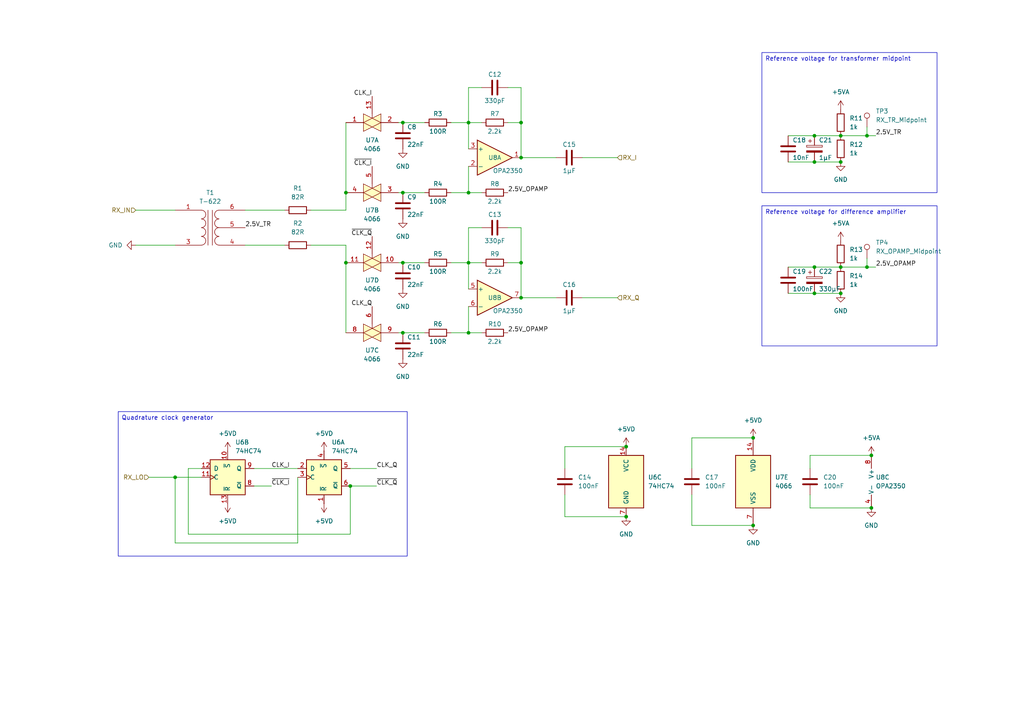
<source format=kicad_sch>
(kicad_sch (version 20231120) (generator "eeschema") (generator_version "8.0")
  (paper "A4")
  (lib_symbols
    (symbol "4xxx:4066" (pin_names (offset 1.016))
      (property "Reference" "U" (at -7.62 8.89 0))
      (property "Value" "4066" (at -7.62 -8.89 0))
      (symbol "4066_1_0"
        (polyline (pts (xy 0 1.27) (xy 0 2.54)) (stroke (width 0.1524)))
        (polyline (pts (xy -2.54 0) (xy 2.54 2.54) (xy 2.54 -2.54) (xy -2.54 0)) (fill (type background)))
        (polyline (pts (xy -2.54 2.54) (xy 2.54 0) (xy -2.54 -2.54) (xy -2.54 2.54)) (fill (type background)))
        (pin passive line (at -7.62 0 0) (length 5.08) (name "~") (number "1"))
        (pin input line (at 0 7.62 270) (length 5.08) (name "~") (number "13"))
        (pin passive line (at 7.62 0 180) (length 5.08) (name "~") (number "2"))
      )
      (symbol "4066_2_0"
        (polyline (pts (xy 0 1.27) (xy 0 2.54)) (stroke (width 0.1524)))
        (polyline (pts (xy -2.54 0) (xy 2.54 2.54) (xy 2.54 -2.54) (xy -2.54 0)) (fill (type background)))
        (polyline (pts (xy -2.54 2.54) (xy 2.54 0) (xy -2.54 -2.54) (xy -2.54 2.54)) (fill (type background)))
        (pin passive line (at 7.62 0 180) (length 5.08) (name "~") (number "3"))
        (pin passive line (at -7.62 0 0) (length 5.08) (name "~") (number "4"))
        (pin input line (at 0 7.62 270) (length 5.08) (name "~") (number "5"))
      )
      (symbol "4066_3_0"
        (polyline (pts (xy 0 1.27) (xy 0 2.54)) (stroke (width 0.1524)))
        (polyline (pts (xy -2.54 0) (xy 2.54 2.54) (xy 2.54 -2.54) (xy -2.54 0)) (fill (type background)))
        (polyline (pts (xy -2.54 2.54) (xy 2.54 0) (xy -2.54 -2.54) (xy -2.54 2.54)) (fill (type background)))
        (pin input line (at 0 7.62 270) (length 5.08) (name "~") (number "6"))
        (pin passive line (at -7.62 0 0) (length 5.08) (name "~") (number "8"))
        (pin passive line (at 7.62 0 180) (length 5.08) (name "~") (number "9"))
      )
      (symbol "4066_4_0"
        (polyline (pts (xy 0 1.27) (xy 0 2.54)) (stroke (width 0.1524)))
        (polyline (pts (xy -2.54 0) (xy 2.54 2.54) (xy 2.54 -2.54) (xy -2.54 0)) (fill (type background)))
        (polyline (pts (xy -2.54 2.54) (xy 2.54 0) (xy -2.54 -2.54) (xy -2.54 2.54)) (fill (type background)))
        (pin passive line (at 7.62 0 180) (length 5.08) (name "~") (number "10"))
        (pin passive line (at -7.62 0 0) (length 5.08) (name "~") (number "11"))
        (pin input line (at 0 7.62 270) (length 5.08) (name "~") (number "12"))
      )
      (symbol "4066_5_0"
        (pin power_in line (at 0 12.7 270) (length 5.08) (name "VDD") (number "14"))
        (pin power_in line (at 0 -12.7 90) (length 5.08) (name "VSS") (number "7"))
      )
      (symbol "4066_5_1"
        (rectangle (start -5.08 7.62) (end 5.08 -7.62) (stroke (width 0.254)) (fill (type background)))
      )
    )
    (symbol "74xx:74HC74" (pin_names (offset 1.016))
      (property "Reference" "U" (at -7.62 8.89 0))
      (property "Value" "74HC74" (at -7.62 -8.89 0))
      (symbol "74HC74_1_0"
        (pin input line (at 0 -7.62 90) (length 2.54) (name "~{R}") (number "1"))
        (pin input line (at -7.62 2.54 0) (length 2.54) (name "D") (number "2"))
        (pin input clock (at -7.62 0 0) (length 2.54) (name "C") (number "3"))
        (pin input line (at 0 7.62 270) (length 2.54) (name "~{S}") (number "4"))
        (pin output line (at 7.62 2.54 180) (length 2.54) (name "Q") (number "5"))
        (pin output line (at 7.62 -2.54 180) (length 2.54) (name "~{Q}") (number "6"))
      )
      (symbol "74HC74_1_1"
        (rectangle (start -5.08 5.08) (end 5.08 -5.08) (stroke (width 0.254)) (fill (type background)))
      )
      (symbol "74HC74_2_0"
        (pin input line (at 0 7.62 270) (length 2.54) (name "~{S}") (number "10"))
        (pin input clock (at -7.62 0 0) (length 2.54) (name "C") (number "11"))
        (pin input line (at -7.62 2.54 0) (length 2.54) (name "D") (number "12"))
        (pin input line (at 0 -7.62 90) (length 2.54) (name "~{R}") (number "13"))
        (pin output line (at 7.62 -2.54 180) (length 2.54) (name "~{Q}") (number "8"))
        (pin output line (at 7.62 2.54 180) (length 2.54) (name "Q") (number "9"))
      )
      (symbol "74HC74_2_1"
        (rectangle (start -5.08 5.08) (end 5.08 -5.08) (stroke (width 0.254)) (fill (type background)))
      )
      (symbol "74HC74_3_0"
        (pin power_in line (at 0 10.16 270) (length 2.54) (name "VCC") (number "14"))
        (pin power_in line (at 0 -10.16 90) (length 2.54) (name "GND") (number "7"))
      )
      (symbol "74HC74_3_1"
        (rectangle (start -5.08 7.62) (end 5.08 -7.62) (stroke (width 0.254)) (fill (type background)))
      )
    )
    (symbol "Amplifier_Operational:OPA2340" (pin_names (offset 0.127))
      (property "Reference" "U" (at 0 5.08 0))
      (property "Value" "OPA2340" (at 0 -5.08 0))
      (symbol "OPA2340_1_1"
        (polyline (pts (xy -5.08 5.08) (xy 5.08 0) (xy -5.08 -5.08) (xy -5.08 5.08)) (stroke (width 0.254)) (fill (type background)))
        (pin output line (at 7.62 0 180) (length 2.54) (name "~") (number "1"))
        (pin input line (at -7.62 -2.54 0) (length 2.54) (name "-") (number "2"))
        (pin input line (at -7.62 2.54 0) (length 2.54) (name "+") (number "3"))
      )
      (symbol "OPA2340_2_1"
        (polyline (pts (xy -5.08 5.08) (xy 5.08 0) (xy -5.08 -5.08) (xy -5.08 5.08)) (stroke (width 0.254)) (fill (type background)))
        (pin input line (at -7.62 2.54 0) (length 2.54) (name "+") (number "5"))
        (pin input line (at -7.62 -2.54 0) (length 2.54) (name "-") (number "6"))
        (pin output line (at 7.62 0 180) (length 2.54) (name "~") (number "7"))
      )
      (symbol "OPA2340_3_1"
        (pin power_in line (at -2.54 -7.62 90) (length 3.81) (name "V-") (number "4"))
        (pin power_in line (at -2.54 7.62 270) (length 3.81) (name "V+") (number "8"))
      )
    )
    (symbol "Connector:TestPoint" (pin_numbers hide) (pin_names (offset 0.762) hide)
      (property "Reference" "TP" (at 0 6.858 0))
      (property "Value" "TestPoint" (at 0 5.08 0))
      (symbol "TestPoint_0_1"
        (circle (center 0 3.302) (radius 0.762))
      )
      (symbol "TestPoint_1_1"
        (pin passive line (at 0 0 90) (length 2.54) (name "1") (number "1"))
      )
    )
    (symbol "Device:C" (pin_numbers hide) (pin_names (offset 0.254))
      (property "Reference" "C" (at 0.635 2.54 0))
      (property "Value" "C" (at 0.635 -2.54 0))
      (symbol "C_0_1"
        (polyline (pts (xy -2.032 -0.762) (xy 2.032 -0.762)) (stroke (width 0.508)))
        (polyline (pts (xy -2.032 0.762) (xy 2.032 0.762)) (stroke (width 0.508)))
      )
      (symbol "C_1_1"
        (pin passive line (at 0 3.81 270) (length 2.794) (name "~") (number "1"))
        (pin passive line (at 0 -3.81 90) (length 2.794) (name "~") (number "2"))
      )
    )
    (symbol "Device:C_Polarized" (pin_numbers hide) (pin_names (offset 0.254))
      (property "Reference" "C" (at 0.635 2.54 0))
      (property "Value" "C_Polarized" (at 0.635 -2.54 0))
      (symbol "C_Polarized_0_1"
        (rectangle (start -2.286 0.508) (end 2.286 1.016))
        (polyline (pts (xy -1.778 2.286) (xy -0.762 2.286)))
        (polyline (pts (xy -1.27 2.794) (xy -1.27 1.778)))
        (rectangle (start 2.286 -0.508) (end -2.286 -1.016) (fill (type outline)))
      )
      (symbol "C_Polarized_1_1"
        (pin passive line (at 0 3.81 270) (length 2.794) (name "~") (number "1"))
        (pin passive line (at 0 -3.81 90) (length 2.794) (name "~") (number "2"))
      )
    )
    (symbol "Device:R" (pin_numbers hide) (pin_names (offset 0))
      (property "Reference" "R" (at 2.032 0 90))
      (property "Value" "R" (at 0 0 90))
      (symbol "R_0_1"
        (rectangle (start -1.016 -2.54) (end 1.016 2.54) (stroke (width 0.254)))
      )
      (symbol "R_1_1"
        (pin passive line (at 0 3.81 270) (length 1.27) (name "~") (number "1"))
        (pin passive line (at 0 -3.81 90) (length 1.27) (name "~") (number "2"))
      )
    )
    (symbol "pico-sdx:Transformer_ADT1-6T+" (pin_names (offset 1.016) hide)
      (property "Reference" "T1" (at 0.0127 10.16 0))
      (property "Value" "ADT1-6T+" (at 0.0127 7.62 0))
      (symbol "Transformer_ADT1-6T+_0_1"
        (arc (start -2.54 -5.0546) (mid -1.6599 -4.6901) (end -1.27 -3.81))
        (arc (start -2.54 -2.5146) (mid -1.6599 -2.1501) (end -1.27 -1.27))
        (arc (start -2.54 0.0254) (mid -1.6599 0.3899) (end -1.27 1.27))
        (arc (start -2.54 2.5654) (mid -1.6599 2.9299) (end -1.27 3.81))
        (arc (start -1.27 -3.81) (mid -1.642 -2.912) (end -2.54 -2.54))
        (arc (start -1.27 -1.27) (mid -1.642 -0.372) (end -2.54 0))
        (arc (start -1.27 1.27) (mid -1.642 2.168) (end -2.54 2.54))
        (arc (start -1.27 3.81) (mid -1.642 4.708) (end -2.54 5.08))
        (polyline (pts (xy -0.635 5.08) (xy -0.635 -5.08)))
        (polyline (pts (xy 0.635 -5.08) (xy 0.635 5.08)))
        (arc (start 1.2954 -1.27) (mid 1.6599 -2.1501) (end 2.54 -2.5146))
        (arc (start 1.2954 1.27) (mid 1.6599 0.3899) (end 2.54 0.0254))
        (arc (start 1.2954 3.81) (mid 1.6599 2.9299) (end 2.54 2.5654))
        (arc (start 1.3208 -3.81) (mid 1.6853 -4.6901) (end 2.5654 -5.0546))
        (arc (start 2.54 0) (mid 1.642 -0.372) (end 1.2954 -1.27))
        (arc (start 2.54 2.54) (mid 1.642 2.168) (end 1.2954 1.27))
        (arc (start 2.54 5.08) (mid 1.642 4.708) (end 1.2954 3.81))
        (arc (start 2.5654 -2.54) (mid 1.6674 -2.912) (end 1.3208 -3.81))
      )
      (symbol "Transformer_ADT1-6T+_1_1"
        (pin passive line (at -10.16 5.08 0) (length 7.62) (name "Primary") (number "1"))
        (pin no_connect line (at -10.16 0 0) (length 7.62) hide (name "Not_used") (number "2"))
        (pin passive line (at -10.16 -5.08 0) (length 7.62) (name "Primary_dot") (number "3"))
        (pin passive line (at 10.16 -5.08 180) (length 7.62) (name "Secondary_dot") (number "4"))
        (pin passive line (at 10.16 0 180) (length 7.62) (name "Secondary_CT") (number "5"))
        (pin passive line (at 10.16 5.08 180) (length 7.62) (name "Secondary_dot") (number "6"))
      )
    )
    (symbol "power:+5VA" (power) (pin_numbers hide) (pin_names (offset 0) hide)
      (property "Value" "+5VA" (at 0 3.556 0))
      (symbol "+5VA_0_1"
        (polyline (pts (xy -0.762 1.27) (xy 0 2.54)))
        (polyline (pts (xy 0 0) (xy 0 2.54)))
        (polyline (pts (xy 0 2.54) (xy 0.762 1.27)))
      )
      (symbol "+5VA_1_1"
        (pin power_in line (at 0 0 90) (length 0) (name "~") (number "1"))
      )
    )
    (symbol "power:+5VD" (power) (pin_numbers hide) (pin_names (offset 0) hide)
      (property "Value" "+5VD" (at 0 3.556 0))
      (symbol "+5VD_0_1"
        (polyline (pts (xy -0.762 1.27) (xy 0 2.54)))
        (polyline (pts (xy 0 0) (xy 0 2.54)))
        (polyline (pts (xy 0 2.54) (xy 0.762 1.27)))
      )
      (symbol "+5VD_1_1"
        (pin power_in line (at 0 0 90) (length 0) (name "~") (number "1"))
      )
    )
    (symbol "power:GND" (power) (pin_numbers hide) (pin_names (offset 0) hide)
      (property "Value" "GND" (at 0 -3.81 0))
      (symbol "GND_0_1"
        (polyline (pts (xy 0 0) (xy 0 -1.27) (xy 1.27 -1.27) (xy 0 -2.54) (xy -1.27 -1.27) (xy 0 -1.27)))
      )
      (symbol "GND_1_1"
        (pin power_in line (at 0 0 270) (length 0) (name "~") (number "1"))
      )
    )
  )
  (junction (at 181.61 149.86))
  (junction (at 236.22 46.99))
  (junction (at 243.84 46.99))
  (junction (at 101.6 140.97))
  (junction (at 135.89 35.56))
  (junction (at 151.13 86.36))
  (junction (at 135.89 76.2))
  (junction (at 236.22 39.37))
  (junction (at 243.84 85.09))
  (junction (at 116.84 35.56))
  (junction (at 236.22 85.09))
  (junction (at 218.44 127))
  (junction (at 252.73 147.32))
  (junction (at 218.44 152.4))
  (junction (at 100.33 76.2))
  (junction (at 243.84 39.37))
  (junction (at 135.89 55.88))
  (junction (at 151.13 76.2))
  (junction (at 151.13 35.56))
  (junction (at 251.46 77.47))
  (junction (at 181.61 129.54))
  (junction (at 50.8 138.43))
  (junction (at 116.84 96.52))
  (junction (at 151.13 45.72))
  (junction (at 116.84 76.2))
  (junction (at 116.84 55.88))
  (junction (at 236.22 77.47))
  (junction (at 252.73 132.08))
  (junction (at 135.89 96.52))
  (junction (at 100.33 55.88))
  (junction (at 251.46 39.37))
  (junction (at 243.84 77.47))
  (wire (pts (xy 163.83 129.54) (xy 181.61 129.54)))
  (wire (pts (xy 200.66 127) (xy 200.66 135.89)))
  (wire (pts (xy 234.95 132.08) (xy 234.95 135.89)))
  (wire (pts (xy 236.22 85.09) (xy 243.84 85.09)))
  (wire (pts (xy 161.29 45.72) (xy 151.13 45.72)))
  (wire (pts (xy 73.66 140.97) (xy 78.74 140.97)))
  (wire (pts (xy 50.8 138.43) (xy 50.8 157.48)))
  (wire (pts (xy 135.89 35.56) (xy 135.89 43.18)))
  (wire (pts (xy 234.95 147.32) (xy 252.73 147.32)))
  (wire (pts (xy 39.37 60.96) (xy 50.8 60.96)))
  (wire (pts (xy 151.13 76.2) (xy 151.13 86.36)))
  (wire (pts (xy 82.55 71.12) (xy 71.12 71.12)))
  (wire (pts (xy 228.6 85.09) (xy 236.22 85.09)))
  (wire (pts (xy 130.81 35.56) (xy 135.89 35.56)))
  (wire (pts (xy 228.6 46.99) (xy 236.22 46.99)))
  (wire (pts (xy 115.57 35.56) (xy 116.84 35.56)))
  (wire (pts (xy 151.13 66.04) (xy 151.13 76.2)))
  (wire (pts (xy 115.57 55.88) (xy 116.84 55.88)))
  (wire (pts (xy 135.89 96.52) (xy 139.7 96.52)))
  (wire (pts (xy 116.84 35.56) (xy 123.19 35.56)))
  (wire (pts (xy 243.84 77.47) (xy 251.46 77.47)))
  (wire (pts (xy 200.66 152.4) (xy 218.44 152.4)))
  (wire (pts (xy 116.84 76.2) (xy 123.19 76.2)))
  (wire (pts (xy 234.95 143.51) (xy 234.95 147.32)))
  (wire (pts (xy 90.17 71.12) (xy 100.33 71.12)))
  (wire (pts (xy 100.33 71.12) (xy 100.33 76.2)))
  (wire (pts (xy 101.6 140.97) (xy 109.22 140.97)))
  (wire (pts (xy 251.46 74.93) (xy 251.46 77.47)))
  (wire (pts (xy 115.57 96.52) (xy 116.84 96.52)))
  (wire (pts (xy 100.33 55.88) (xy 100.33 60.96)))
  (wire (pts (xy 236.22 39.37) (xy 243.84 39.37)))
  (wire (pts (xy 82.55 60.96) (xy 71.12 60.96)))
  (wire (pts (xy 43.18 138.43) (xy 50.8 138.43)))
  (wire (pts (xy 90.17 60.96) (xy 100.33 60.96)))
  (wire (pts (xy 228.6 39.37) (xy 236.22 39.37)))
  (wire (pts (xy 101.6 135.89) (xy 109.22 135.89)))
  (wire (pts (xy 251.46 36.83) (xy 251.46 39.37)))
  (wire (pts (xy 251.46 39.37) (xy 254 39.37)))
  (wire (pts (xy 139.7 25.4) (xy 135.89 25.4)))
  (wire (pts (xy 147.32 25.4) (xy 151.13 25.4)))
  (wire (pts (xy 161.29 86.36) (xy 151.13 86.36)))
  (wire (pts (xy 236.22 77.47) (xy 243.84 77.47)))
  (wire (pts (xy 135.89 25.4) (xy 135.89 35.56)))
  (wire (pts (xy 135.89 88.9) (xy 135.89 96.52)))
  (wire (pts (xy 234.95 132.08) (xy 252.73 132.08)))
  (wire (pts (xy 243.84 39.37) (xy 251.46 39.37)))
  (wire (pts (xy 130.81 96.52) (xy 135.89 96.52)))
  (wire (pts (xy 179.07 86.36) (xy 168.91 86.36)))
  (wire (pts (xy 73.66 135.89) (xy 86.36 135.89)))
  (wire (pts (xy 130.81 76.2) (xy 135.89 76.2)))
  (wire (pts (xy 115.57 76.2) (xy 116.84 76.2)))
  (wire (pts (xy 200.66 143.51) (xy 200.66 152.4)))
  (wire (pts (xy 135.89 76.2) (xy 135.89 83.82)))
  (wire (pts (xy 101.6 154.94) (xy 54.61 154.94)))
  (wire (pts (xy 135.89 35.56) (xy 139.7 35.56)))
  (wire (pts (xy 135.89 55.88) (xy 130.81 55.88)))
  (wire (pts (xy 116.84 96.52) (xy 123.19 96.52)))
  (wire (pts (xy 86.36 157.48) (xy 86.36 138.43)))
  (wire (pts (xy 135.89 76.2) (xy 139.7 76.2)))
  (wire (pts (xy 163.83 143.51) (xy 163.83 149.86)))
  (wire (pts (xy 50.8 157.48) (xy 86.36 157.48)))
  (wire (pts (xy 54.61 154.94) (xy 54.61 135.89)))
  (wire (pts (xy 151.13 35.56) (xy 151.13 45.72)))
  (wire (pts (xy 251.46 77.47) (xy 254 77.47)))
  (wire (pts (xy 100.33 35.56) (xy 100.33 55.88)))
  (wire (pts (xy 54.61 135.89) (xy 58.42 135.89)))
  (wire (pts (xy 200.66 127) (xy 218.44 127)))
  (wire (pts (xy 151.13 25.4) (xy 151.13 35.56)))
  (wire (pts (xy 147.32 35.56) (xy 151.13 35.56)))
  (wire (pts (xy 39.37 71.12) (xy 50.8 71.12)))
  (wire (pts (xy 116.84 55.88) (xy 123.19 55.88)))
  (wire (pts (xy 163.83 149.86) (xy 181.61 149.86)))
  (wire (pts (xy 147.32 76.2) (xy 151.13 76.2)))
  (wire (pts (xy 228.6 77.47) (xy 236.22 77.47)))
  (wire (pts (xy 135.89 66.04) (xy 135.89 76.2)))
  (wire (pts (xy 147.32 66.04) (xy 151.13 66.04)))
  (wire (pts (xy 101.6 140.97) (xy 101.6 154.94)))
  (wire (pts (xy 139.7 66.04) (xy 135.89 66.04)))
  (wire (pts (xy 135.89 48.26) (xy 135.89 55.88)))
  (wire (pts (xy 100.33 76.2) (xy 100.33 96.52)))
  (wire (pts (xy 135.89 55.88) (xy 139.7 55.88)))
  (wire (pts (xy 236.22 46.99) (xy 243.84 46.99)))
  (wire (pts (xy 163.83 129.54) (xy 163.83 135.89)))
  (wire (pts (xy 179.07 45.72) (xy 168.91 45.72)))
  (wire (pts (xy 50.8 138.43) (xy 58.42 138.43)))
  (text_box "Quadrature clock generator" (at 34.29 119.38 0) (size 83.82 41.91) (effects (font (size 1.27 1.27)) (justify left top)))
  (text_box "Reference voltage for difference amplifier" (at 220.98 59.69 0) (size 50.8 40.64) (effects (font (size 1.27 1.27)) (justify left top)))
  (text_box "Reference voltage for transformer midpoint" (at 220.98 15.24 0) (size 50.8 40.64) (effects (font (size 1.27 1.27)) (justify left top)))
  (label "2.5V_TR" (at 254 39.37 0))
  (label "2.5V_TR" (at 71.12 66.04 0))
  (label "CLK_I" (at 107.95 27.94 180))
  (label "2.5V_OPAMP" (at 147.32 55.88 0))
  (label "2.5V_OPAMP" (at 254 77.47 0))
  (label "~{CLK_Q}" (at 109.22 140.97 0))
  (label "~{CLK_I}" (at 107.95 48.26 180))
  (label "~{CLK_I}" (at 78.74 140.97 0))
  (label "CLK_I" (at 78.74 135.89 0))
  (label "CLK_Q" (at 107.95 88.9 180))
  (label "CLK_Q" (at 109.22 135.89 0))
  (label "~{CLK_Q}" (at 107.95 68.58 180))
  (label "2.5V_OPAMP" (at 147.32 96.52 0))
  (hierarchical_label "RX_I" (shape input) (at 179.07 45.72 0))
  (hierarchical_label "RX_IN" (shape input) (at 39.37 60.96 180))
  (hierarchical_label "RX_Q" (shape input) (at 179.07 86.36 0))
  (hierarchical_label "RX_LO" (shape input) (at 43.18 138.43 180))
  (symbol (lib_id "Device:C") (at 234.95 139.7 0) (unit 1)
    (property "Reference" "C20" (at 238.76 138.43 0) (effects (justify left)))
    (property "Value" "100nF" (at 238.76 140.97 0) (effects (justify left)))
    (property "Footprint" "Capacitor_SMD:C_0603_1608Metric" (effects (hide yes)))
    (property "Description" "Unpolarized capacitor" (effects (hide yes)))
  )
  (symbol (lib_id "Device:C") (at 116.84 39.37 180) (unit 1)
    (property "Reference" "C8" (at 118.11 36.83 0) (effects (justify right)))
    (property "Value" "22nF" (at 118.11 41.91 0) (effects (justify right)))
    (property "Footprint" "Capacitor_SMD:C_0603_1608Metric" (effects (hide yes)))
    (property "Description" "Unpolarized capacitor" (effects (hide yes)))
  )
  (symbol (lib_id "power:+5VD") (at 93.98 130.81 0) (unit 1)
    (property "Reference" "#PWR034" (effects (hide yes)))
    (property "Value" "+5VD" (at 93.98 125.73 0))
    (property "Description" "Power symbol creates a global label with name \"+5VD\"" (effects (hide yes)))
  )
  (symbol (lib_id "Device:C_Polarized") (at 236.22 43.18 0) (unit 1)
    (property "Reference" "C21" (at 237.49 40.64 0) (effects (justify left)))
    (property "Value" "1µF" (at 237.49 45.72 0) (effects (justify left)))
    (property "Footprint" "Capacitor_Tantalum_SMD:CP_EIA-3216-18_Kemet-A" (effects (hide yes)))
    (property "Description" "Polarized capacitor" (effects (hide yes)))
  )
  (symbol (lib_id "power:GND") (at 116.84 104.14 0) (unit 1)
    (property "Reference" "#PWR039" (effects (hide yes)))
    (property "Value" "GND" (at 116.84 109.22 0))
    (property "Description" "Power symbol creates a global label with name \"GND\" , ground" (effects (hide yes)))
  )
  (symbol (lib_id "Amplifier_Operational:OPA2340") (at 143.51 86.36 0) (unit 2)
    (property "Reference" "U8" (at 143.51 86.36 0))
    (property "Value" "OPA2350" (at 147.32 90.17 0))
    (property "Footprint" "Package_SO:SOIC-8_3.9x4.9mm_P1.27mm" (effects (hide yes)))
    (property "Datasheet" "http://www.ti.com/lit/ds/symlink/opa4340.pdf" (effects (hide yes)))
    (property "Description" "Dual Single-Supply, Rail-to-Rail Operational Amplifiers, MicroAmplifier Series, DIP-8/SOIC-8/SSOP-8" (effects (hide yes)))
  )
  (symbol (lib_id "power:GND") (at 252.73 147.32 0) (unit 1)
    (property "Reference" "#PWR049" (effects (hide yes)))
    (property "Value" "GND" (at 252.73 152.4 0))
    (property "Description" "Power symbol creates a global label with name \"GND\" , ground" (effects (hide yes)))
  )
  (symbol (lib_id "Device:C") (at 116.84 100.33 180) (unit 1)
    (property "Reference" "C11" (at 118.11 97.79 0) (effects (justify right)))
    (property "Value" "22nF" (at 118.11 102.87 0) (effects (justify right)))
    (property "Footprint" "Capacitor_SMD:C_0603_1608Metric" (effects (hide yes)))
    (property "Description" "Unpolarized capacitor" (effects (hide yes)))
  )
  (symbol (lib_id "pico-sdx:Transformer_ADT1-6T+") (at 60.96 66.04 0) (unit 1)
    (property "Reference" "T1" (at 60.9727 55.88 0))
    (property "Value" "T-622" (at 60.9727 58.42 0))
    (property "Footprint" "pico-sdx:Transformer_MiniCircuits_ADT1-6T+" (effects (hide yes)))
    (property "Description" "Transformer, single primary, split secondary" (effects (hide yes)))
  )
  (symbol (lib_id "74xx:74HC74") (at 181.61 139.7 0) (unit 3)
    (property "Reference" "U6" (at 187.96 138.43 0) (effects (justify left)))
    (property "Value" "74HC74" (at 187.96 140.97 0) (effects (justify left)))
    (property "Footprint" "Package_SO:SOIC-14_3.9x8.7mm_P1.27mm" (effects (hide yes)))
    (property "Datasheet" "74xx/74hc_hct74.pdf" (effects (hide yes)))
    (property "Description" "Dual D Flip-flop, Set & Reset" (effects (hide yes)))
  )
  (symbol (lib_id "Device:R") (at 243.84 43.18 0) (unit 1)
    (property "Reference" "R12" (at 246.38 41.91 0) (effects (justify left)))
    (property "Value" "1k" (at 246.38 44.45 0) (effects (justify left)))
    (property "Footprint" "Resistor_SMD:R_0603_1608Metric" (effects (hide yes)))
    (property "Description" "Resistor" (effects (hide yes)))
  )
  (symbol (lib_id "4xxx:4066") (at 218.44 139.7 0) (unit 5)
    (property "Reference" "U7" (at 224.79 138.43 0) (effects (justify left)))
    (property "Value" "4066" (at 224.79 140.97 0) (effects (justify left)))
    (property "Footprint" "Package_SO:SOIC-14_3.9x8.7mm_P1.27mm" (effects (hide yes)))
    (property "Datasheet" "http://www.ti.com/lit/ds/symlink/cd4066b.pdf" (effects (hide yes)))
    (property "Description" "Quad Analog Switches" (effects (hide yes)))
  )
  (symbol (lib_id "power:+5VD") (at 218.44 127 0) (unit 1)
    (property "Reference" "#PWR042" (effects (hide yes)))
    (property "Value" "+5VD" (at 218.44 121.92 0))
    (property "Description" "Power symbol creates a global label with name \"+5VD\"" (effects (hide yes)))
  )
  (symbol (lib_id "Device:R") (at 127 35.56 90) (unit 1)
    (property "Reference" "R3" (at 127 33.02 90))
    (property "Value" "100R" (at 127 38.1 90))
    (property "Footprint" "Resistor_SMD:R_0603_1608Metric" (effects (hide yes)))
    (property "Description" "Resistor" (effects (hide yes)))
  )
  (symbol (lib_id "74xx:74HC74") (at 93.98 138.43 0) (unit 1)
    (property "Reference" "U6" (at 96.1741 128.27 0) (effects (justify left)))
    (property "Value" "74HC74" (at 96.1741 130.81 0) (effects (justify left)))
    (property "Footprint" "Package_SO:SOIC-14_3.9x8.7mm_P1.27mm" (effects (hide yes)))
    (property "Datasheet" "74xx/74hc_hct74.pdf" (effects (hide yes)))
    (property "Description" "Dual D Flip-flop, Set & Reset" (effects (hide yes)))
  )
  (symbol (lib_id "Device:C") (at 116.84 59.69 180) (unit 1)
    (property "Reference" "C9" (at 118.11 57.15 0) (effects (justify right)))
    (property "Value" "22nF" (at 118.11 62.23 0) (effects (justify right)))
    (property "Footprint" "Capacitor_SMD:C_0603_1608Metric" (effects (hide yes)))
    (property "Description" "Unpolarized capacitor" (effects (hide yes)))
  )
  (symbol (lib_id "power:GND") (at 243.84 85.09 0) (unit 1)
    (property "Reference" "#PWR047" (effects (hide yes)))
    (property "Value" "GND" (at 243.84 90.17 0))
    (property "Description" "Power symbol creates a global label with name \"GND\" , ground" (effects (hide yes)))
  )
  (symbol (lib_id "Device:C") (at 228.6 81.28 0) (unit 1)
    (property "Reference" "C19" (at 229.87 78.74 0) (effects (justify left)))
    (property "Value" "100nF" (at 229.87 83.82 0) (effects (justify left)))
    (property "Footprint" "Capacitor_SMD:C_0603_1608Metric" (effects (hide yes)))
    (property "Description" "Unpolarized capacitor" (effects (hide yes)))
  )
  (symbol (lib_id "74xx:74HC74") (at 66.04 138.43 0) (unit 2)
    (property "Reference" "U6" (at 68.2341 128.27 0) (effects (justify left)))
    (property "Value" "74HC74" (at 68.2341 130.81 0) (effects (justify left)))
    (property "Footprint" "Package_SO:SOIC-14_3.9x8.7mm_P1.27mm" (effects (hide yes)))
    (property "Datasheet" "74xx/74hc_hct74.pdf" (effects (hide yes)))
    (property "Description" "Dual D Flip-flop, Set & Reset" (effects (hide yes)))
  )
  (symbol (lib_id "Device:C") (at 228.6 43.18 0) (unit 1)
    (property "Reference" "C18" (at 229.87 40.64 0) (effects (justify left)))
    (property "Value" "10nF" (at 229.87 45.72 0) (effects (justify left)))
    (property "Footprint" "Capacitor_SMD:C_0603_1608Metric" (effects (hide yes)))
    (property "Description" "Unpolarized capacitor" (effects (hide yes)))
  )
  (symbol (lib_id "power:GND") (at 116.84 83.82 0) (unit 1)
    (property "Reference" "#PWR038" (effects (hide yes)))
    (property "Value" "GND" (at 116.84 88.9 0))
    (property "Description" "Power symbol creates a global label with name \"GND\" , ground" (effects (hide yes)))
  )
  (symbol (lib_id "power:+5VD") (at 66.04 130.81 0) (unit 1)
    (property "Reference" "#PWR032" (effects (hide yes)))
    (property "Value" "+5VD" (at 66.04 125.73 0))
    (property "Description" "Power symbol creates a global label with name \"+5VD\"" (effects (hide yes)))
  )
  (symbol (lib_id "Device:C") (at 165.1 45.72 270) (unit 1)
    (property "Reference" "C15" (at 165.1 41.91 90))
    (property "Value" "1µF" (at 165.1 49.53 90))
    (property "Footprint" "Capacitor_SMD:C_0603_1608Metric" (effects (hide yes)))
    (property "Description" "Unpolarized capacitor" (effects (hide yes)))
  )
  (symbol (lib_id "power:+5VA") (at 243.84 31.75 0) (unit 1)
    (property "Reference" "#PWR044" (effects (hide yes)))
    (property "Value" "+5VA" (at 243.84 26.67 0))
    (property "Description" "Power symbol creates a global label with name \"+5VA\"" (effects (hide yes)))
  )
  (symbol (lib_id "4xxx:4066") (at 107.95 96.52 0) (unit 3)
    (property "Reference" "U7" (at 107.95 101.6 0))
    (property "Value" "4066" (at 107.95 104.14 0))
    (property "Footprint" "Package_SO:SOIC-14_3.9x8.7mm_P1.27mm" (effects (hide yes)))
    (property "Datasheet" "http://www.ti.com/lit/ds/symlink/cd4066b.pdf" (effects (hide yes)))
    (property "Description" "Quad Analog Switches" (effects (hide yes)))
  )
  (symbol (lib_id "Device:C") (at 165.1 86.36 270) (unit 1)
    (property "Reference" "C16" (at 165.1 82.55 90))
    (property "Value" "1µF" (at 165.1 90.17 90))
    (property "Footprint" "Capacitor_SMD:C_0603_1608Metric" (effects (hide yes)))
    (property "Description" "Unpolarized capacitor" (effects (hide yes)))
  )
  (symbol (lib_id "Device:R") (at 143.51 96.52 90) (mirror x) (unit 1)
    (property "Reference" "R10" (at 143.51 93.98 90))
    (property "Value" "2.2k" (at 143.51 99.06 90))
    (property "Footprint" "Resistor_SMD:R_0603_1608Metric" (effects (hide yes)))
    (property "Description" "Resistor" (effects (hide yes)))
  )
  (symbol (lib_id "Device:R") (at 143.51 76.2 90) (unit 1)
    (property "Reference" "R9" (at 143.51 73.66 90))
    (property "Value" "2.2k" (at 143.51 78.74 90))
    (property "Footprint" "Resistor_SMD:R_0603_1608Metric" (effects (hide yes)))
    (property "Description" "Resistor" (effects (hide yes)))
  )
  (symbol (lib_id "power:GND") (at 243.84 46.99 0) (unit 1)
    (property "Reference" "#PWR045" (effects (hide yes)))
    (property "Value" "GND" (at 243.84 52.07 0))
    (property "Description" "Power symbol creates a global label with name \"GND\" , ground" (effects (hide yes)))
  )
  (symbol (lib_id "Device:R") (at 127 55.88 90) (mirror x) (unit 1)
    (property "Reference" "R4" (at 127 53.34 90))
    (property "Value" "100R" (at 127 58.42 90))
    (property "Footprint" "Resistor_SMD:R_0603_1608Metric" (effects (hide yes)))
    (property "Description" "Resistor" (effects (hide yes)))
  )
  (symbol (lib_id "Device:C") (at 143.51 66.04 270) (unit 1)
    (property "Reference" "C13" (at 143.51 62.23 90))
    (property "Value" "330pF" (at 143.51 69.85 90))
    (property "Footprint" "Capacitor_SMD:C_0603_1608Metric" (effects (hide yes)))
    (property "Description" "Unpolarized capacitor" (effects (hide yes)))
  )
  (symbol (lib_id "Device:R") (at 143.51 35.56 90) (unit 1)
    (property "Reference" "R7" (at 143.51 33.02 90))
    (property "Value" "2.2k" (at 143.51 38.1 90))
    (property "Footprint" "Resistor_SMD:R_0603_1608Metric" (effects (hide yes)))
    (property "Description" "Resistor" (effects (hide yes)))
  )
  (symbol (lib_id "power:+5VA") (at 243.84 69.85 0) (unit 1)
    (property "Reference" "#PWR046" (effects (hide yes)))
    (property "Value" "+5VA" (at 243.84 64.77 0))
    (property "Description" "Power symbol creates a global label with name \"+5VA\"" (effects (hide yes)))
  )
  (symbol (lib_id "power:GND") (at 39.37 71.12 270) (unit 1)
    (property "Reference" "#PWR031" (effects (hide yes)))
    (property "Value" "GND" (at 35.56 71.12 90) (effects (justify right)))
    (property "Description" "Power symbol creates a global label with name \"GND\" , ground" (effects (hide yes)))
  )
  (symbol (lib_id "Device:R") (at 86.36 71.12 90) (unit 1)
    (property "Reference" "R2" (at 86.36 64.77 90))
    (property "Value" "82R" (at 86.36 67.31 90))
    (property "Footprint" "Resistor_SMD:R_0603_1608Metric" (effects (hide yes)))
    (property "Description" "Resistor" (effects (hide yes)))
  )
  (symbol (lib_id "power:+5VD") (at 181.61 129.54 0) (unit 1)
    (property "Reference" "#PWR040" (effects (hide yes)))
    (property "Value" "+5VD" (at 181.61 124.46 0))
    (property "Description" "Power symbol creates a global label with name \"+5VD\"" (effects (hide yes)))
  )
  (symbol (lib_id "power:GND") (at 218.44 152.4 0) (unit 1)
    (property "Reference" "#PWR043" (effects (hide yes)))
    (property "Value" "GND" (at 218.44 157.48 0))
    (property "Description" "Power symbol creates a global label with name \"GND\" , ground" (effects (hide yes)))
  )
  (symbol (lib_id "Device:C") (at 163.83 139.7 0) (unit 1)
    (property "Reference" "C14" (at 167.64 138.43 0) (effects (justify left)))
    (property "Value" "100nF" (at 167.64 140.97 0) (effects (justify left)))
    (property "Footprint" "Capacitor_SMD:C_0603_1608Metric" (effects (hide yes)))
    (property "Description" "Unpolarized capacitor" (effects (hide yes)))
  )
  (symbol (lib_id "Device:R") (at 143.51 55.88 90) (mirror x) (unit 1)
    (property "Reference" "R8" (at 143.51 53.34 90))
    (property "Value" "2.2k" (at 143.51 58.42 90))
    (property "Footprint" "Resistor_SMD:R_0603_1608Metric" (effects (hide yes)))
    (property "Description" "Resistor" (effects (hide yes)))
  )
  (symbol (lib_id "power:GND") (at 116.84 63.5 0) (unit 1)
    (property "Reference" "#PWR037" (effects (hide yes)))
    (property "Value" "GND" (at 116.84 68.58 0))
    (property "Description" "Power symbol creates a global label with name \"GND\" , ground" (effects (hide yes)))
  )
  (symbol (lib_id "Connector:TestPoint") (at 251.46 74.93 0) (unit 1)
    (property "Reference" "TP4" (at 254 70.3579 0) (effects (justify left)))
    (property "Value" "RX_OPAMP_Midpoint" (at 254 72.8979 0) (effects (justify left)))
    (property "Footprint" "TestPoint:TestPoint_Loop_D1.80mm_Drill1.0mm_Beaded" (effects (hide yes)))
    (property "Description" "test point" (effects (hide yes)))
  )
  (symbol (lib_id "Device:C_Polarized") (at 236.22 81.28 0) (unit 1)
    (property "Reference" "C22" (at 237.49 78.74 0) (effects (justify left)))
    (property "Value" "330µF" (at 237.49 83.82 0) (effects (justify left)))
    (property "Footprint" "Capacitor_THT:C_Radial_D6.3mm_H11.0mm_P2.50mm" (effects (hide yes)))
    (property "Description" "Polarized capacitor" (effects (hide yes)))
  )
  (symbol (lib_id "power:GND") (at 116.84 43.18 0) (unit 1)
    (property "Reference" "#PWR036" (effects (hide yes)))
    (property "Value" "GND" (at 116.84 48.26 0))
    (property "Description" "Power symbol creates a global label with name \"GND\" , ground" (effects (hide yes)))
  )
  (symbol (lib_id "Connector:TestPoint") (at 251.46 36.83 0) (unit 1)
    (property "Reference" "TP3" (at 254 32.2579 0) (effects (justify left)))
    (property "Value" "RX_TR_Midpoint" (at 254 34.7979 0) (effects (justify left)))
    (property "Footprint" "TestPoint:TestPoint_Loop_D1.80mm_Drill1.0mm_Beaded" (effects (hide yes)))
    (property "Description" "test point" (effects (hide yes)))
  )
  (symbol (lib_id "Device:R") (at 127 96.52 90) (unit 1)
    (property "Reference" "R6" (at 127 93.98 90))
    (property "Value" "100R" (at 127 99.06 90))
    (property "Footprint" "Resistor_SMD:R_0603_1608Metric" (effects (hide yes)))
    (property "Description" "Resistor" (effects (hide yes)))
  )
  (symbol (lib_id "4xxx:4066") (at 107.95 55.88 0) (unit 2)
    (property "Reference" "U7" (at 107.95 60.96 0))
    (property "Value" "4066" (at 107.95 63.5 0))
    (property "Footprint" "Package_SO:SOIC-14_3.9x8.7mm_P1.27mm" (effects (hide yes)))
    (property "Datasheet" "http://www.ti.com/lit/ds/symlink/cd4066b.pdf" (effects (hide yes)))
    (property "Description" "Quad Analog Switches" (effects (hide yes)))
  )
  (symbol (lib_id "Amplifier_Operational:OPA2340") (at 143.51 45.72 0) (unit 1)
    (property "Reference" "U8" (at 143.51 45.72 0))
    (property "Value" "OPA2350" (at 147.32 49.53 0))
    (property "Footprint" "Package_SO:SOIC-8_3.9x4.9mm_P1.27mm" (effects (hide yes)))
    (property "Datasheet" "http://www.ti.com/lit/ds/symlink/opa4340.pdf" (effects (hide yes)))
    (property "Description" "Dual Single-Supply, Rail-to-Rail Operational Amplifiers, MicroAmplifier Series, DIP-8/SOIC-8/SSOP-8" (effects (hide yes)))
  )
  (symbol (lib_id "Device:R") (at 243.84 73.66 0) (unit 1)
    (property "Reference" "R13" (at 246.38 72.39 0) (effects (justify left)))
    (property "Value" "1k" (at 246.38 74.93 0) (effects (justify left)))
    (property "Footprint" "Resistor_SMD:R_0603_1608Metric" (effects (hide yes)))
    (property "Description" "Resistor" (effects (hide yes)))
  )
  (symbol (lib_id "Device:C") (at 143.51 25.4 270) (unit 1)
    (property "Reference" "C12" (at 143.51 21.59 90))
    (property "Value" "330pF" (at 143.51 29.21 90))
    (property "Footprint" "Capacitor_SMD:C_0603_1608Metric" (effects (hide yes)))
    (property "Description" "Unpolarized capacitor" (effects (hide yes)))
  )
  (symbol (lib_id "4xxx:4066") (at 107.95 76.2 0) (unit 4)
    (property "Reference" "U7" (at 107.95 81.28 0))
    (property "Value" "4066" (at 107.95 83.82 0))
    (property "Footprint" "Package_SO:SOIC-14_3.9x8.7mm_P1.27mm" (effects (hide yes)))
    (property "Datasheet" "http://www.ti.com/lit/ds/symlink/cd4066b.pdf" (effects (hide yes)))
    (property "Description" "Quad Analog Switches" (effects (hide yes)))
  )
  (symbol (lib_id "power:+5VD") (at 66.04 146.05 180) (unit 1)
    (property "Reference" "#PWR033" (effects (hide yes)))
    (property "Value" "+5VD" (at 66.04 151.13 0))
    (property "Description" "Power symbol creates a global label with name \"+5VD\"" (effects (hide yes)))
  )
  (symbol (lib_id "power:+5VD") (at 93.98 146.05 180) (unit 1)
    (property "Reference" "#PWR035" (effects (hide yes)))
    (property "Value" "+5VD" (at 93.98 151.13 0))
    (property "Description" "Power symbol creates a global label with name \"+5VD\"" (effects (hide yes)))
  )
  (symbol (lib_id "power:GND") (at 181.61 149.86 0) (unit 1)
    (property "Reference" "#PWR041" (effects (hide yes)))
    (property "Value" "GND" (at 181.61 154.94 0))
    (property "Description" "Power symbol creates a global label with name \"GND\" , ground" (effects (hide yes)))
  )
  (symbol (lib_id "4xxx:4066") (at 107.95 35.56 0) (unit 1)
    (property "Reference" "U7" (at 107.95 40.64 0))
    (property "Value" "4066" (at 107.95 43.18 0))
    (property "Footprint" "Package_SO:SOIC-14_3.9x8.7mm_P1.27mm" (effects (hide yes)))
    (property "Datasheet" "http://www.ti.com/lit/ds/symlink/cd4066b.pdf" (effects (hide yes)))
    (property "Description" "Quad Analog Switches" (effects (hide yes)))
  )
  (symbol (lib_id "Device:R") (at 86.36 60.96 90) (unit 1)
    (property "Reference" "R1" (at 86.36 54.61 90))
    (property "Value" "82R" (at 86.36 57.15 90))
    (property "Footprint" "Resistor_SMD:R_0603_1608Metric" (effects (hide yes)))
    (property "Description" "Resistor" (effects (hide yes)))
  )
  (symbol (lib_id "power:+5VA") (at 252.73 132.08 0) (unit 1)
    (property "Reference" "#PWR048" (effects (hide yes)))
    (property "Value" "+5VA" (at 252.73 127 0))
    (property "Description" "Power symbol creates a global label with name \"+5VA\"" (effects (hide yes)))
  )
  (symbol (lib_id "Amplifier_Operational:OPA2340") (at 255.27 139.7 0) (unit 3)
    (property "Reference" "U8" (at 254 138.43 0) (effects (justify left)))
    (property "Value" "OPA2350" (at 254 140.97 0) (effects (justify left)))
    (property "Footprint" "Package_SO:SOIC-8_3.9x4.9mm_P1.27mm" (effects (hide yes)))
    (property "Datasheet" "http://www.ti.com/lit/ds/symlink/opa4340.pdf" (effects (hide yes)))
    (property "Description" "Dual Single-Supply, Rail-to-Rail Operational Amplifiers, MicroAmplifier Series, DIP-8/SOIC-8/SSOP-8" (effects (hide yes)))
  )
  (symbol (lib_id "Device:R") (at 243.84 81.28 0) (unit 1)
    (property "Reference" "R14" (at 246.38 80.01 0) (effects (justify left)))
    (property "Value" "1k" (at 246.38 82.55 0) (effects (justify left)))
    (property "Footprint" "Resistor_SMD:R_0603_1608Metric" (effects (hide yes)))
    (property "Description" "Resistor" (effects (hide yes)))
  )
  (symbol (lib_id "Device:C") (at 116.84 80.01 180) (unit 1)
    (property "Reference" "C10" (at 118.11 77.47 0) (effects (justify right)))
    (property "Value" "22nF" (at 118.11 82.55 0) (effects (justify right)))
    (property "Footprint" "Capacitor_SMD:C_0603_1608Metric" (effects (hide yes)))
    (property "Description" "Unpolarized capacitor" (effects (hide yes)))
  )
  (symbol (lib_id "Device:R") (at 127 76.2 90) (mirror x) (unit 1)
    (property "Reference" "R5" (at 127 73.66 90))
    (property "Value" "100R" (at 127 78.74 90))
    (property "Footprint" "Resistor_SMD:R_0603_1608Metric" (effects (hide yes)))
    (property "Description" "Resistor" (effects (hide yes)))
  )
  (symbol (lib_id "Device:C") (at 200.66 139.7 0) (unit 1)
    (property "Reference" "C17" (at 204.47 138.43 0) (effects (justify left)))
    (property "Value" "100nF" (at 204.47 140.97 0) (effects (justify left)))
    (property "Footprint" "Capacitor_SMD:C_0603_1608Metric" (effects (hide yes)))
    (property "Description" "Unpolarized capacitor" (effects (hide yes)))
  )
  (symbol (lib_id "Device:R") (at 243.84 35.56 0) (unit 1)
    (property "Reference" "R11" (at 246.38 34.29 0) (effects (justify left)))
    (property "Value" "1k" (at 246.38 36.83 0) (effects (justify left)))
    (property "Footprint" "Resistor_SMD:R_0603_1608Metric" (effects (hide yes)))
    (property "Description" "Resistor" (effects (hide yes)))
  )
)
</source>
